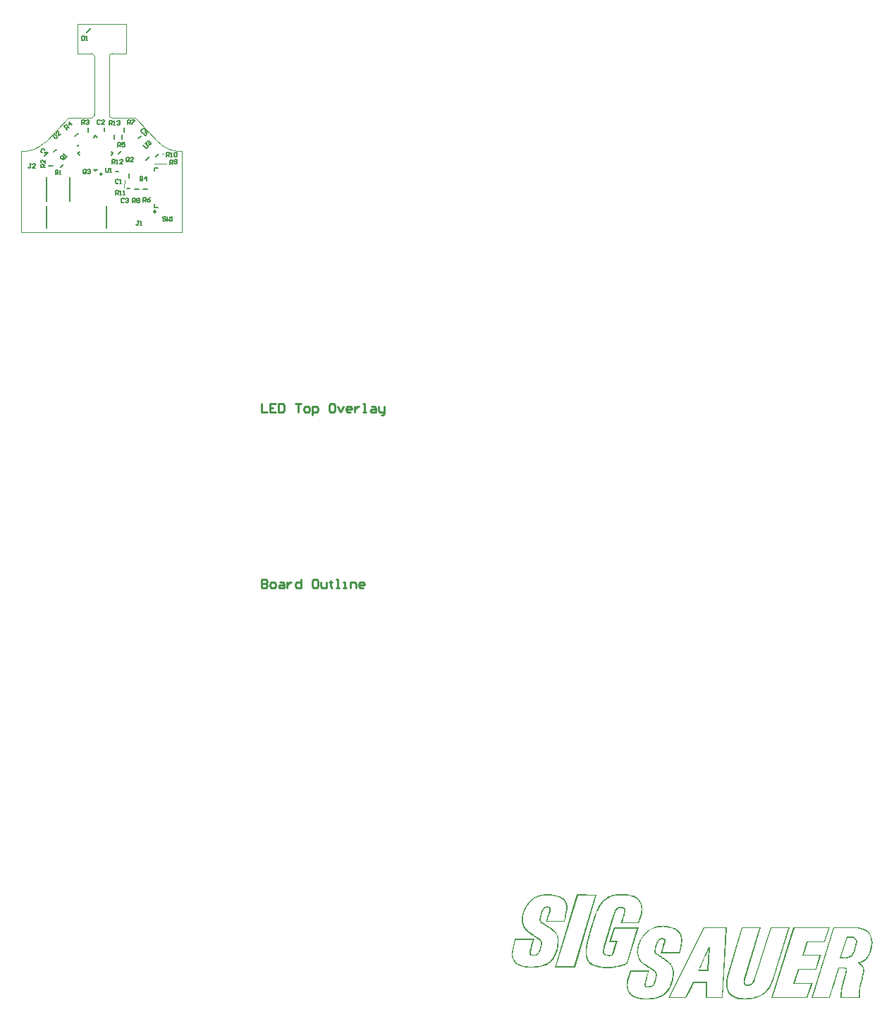
<source format=gto>
G04*
G04 #@! TF.GenerationSoftware,Altium Limited,Altium Designer,23.1.1 (15)*
G04*
G04 Layer_Color=65535*
%FSLAX24Y24*%
%MOIN*%
G70*
G04*
G04 #@! TF.SameCoordinates,9E248168-9D0A-4965-B1BF-A28D9D39D317*
G04*
G04*
G04 #@! TF.FilePolarity,Positive*
G04*
G01*
G75*
%ADD10C,0.0100*%
%ADD11C,0.0098*%
%ADD12C,0.0040*%
%ADD13C,0.0050*%
%ADD14C,0.0060*%
%ADD15C,0.0079*%
%ADD16C,0.0070*%
%ADD17C,0.0005*%
G36*
X24930Y-31259D02*
X24967D01*
X25008Y-31264D01*
X25055Y-31273D01*
X25110Y-31277D01*
X25170Y-31287D01*
X25291Y-31315D01*
X25411Y-31347D01*
X25471Y-31365D01*
X25522Y-31389D01*
X25573Y-31416D01*
X25615Y-31444D01*
X25619D01*
X25624Y-31453D01*
X25647Y-31472D01*
X25680Y-31514D01*
X25721Y-31565D01*
X25758Y-31629D01*
X25791Y-31708D01*
X25809Y-31805D01*
X25814Y-31856D01*
Y-31912D01*
Y-31916D01*
Y-31935D01*
X25809Y-31967D01*
Y-32004D01*
X25800Y-32046D01*
X25795Y-32097D01*
X25772Y-32213D01*
Y-32222D01*
X25767Y-32240D01*
X25758Y-32273D01*
X25749Y-32314D01*
X25735Y-32370D01*
X25721Y-32430D01*
X25703Y-32500D01*
X25684Y-32574D01*
X24782Y-32569D01*
Y-32564D01*
X24786Y-32560D01*
X24795Y-32532D01*
X24809Y-32490D01*
X24828Y-32435D01*
X24851Y-32379D01*
X24869Y-32319D01*
X24893Y-32259D01*
X24911Y-32203D01*
X24916Y-32199D01*
X24920Y-32180D01*
X24930Y-32157D01*
X24939Y-32129D01*
X24957Y-32064D01*
X24967Y-32032D01*
X24971Y-32004D01*
Y-32000D01*
Y-31995D01*
Y-31967D01*
X24967Y-31939D01*
X24962Y-31926D01*
X24953Y-31916D01*
X24948Y-31912D01*
X24930Y-31907D01*
X24902Y-31898D01*
X24860Y-31893D01*
X24828D01*
X24805Y-31898D01*
X24782Y-31907D01*
X24754Y-31916D01*
X24726Y-31939D01*
X24703Y-31967D01*
X24698Y-31972D01*
X24694Y-31981D01*
X24684Y-32004D01*
X24670Y-32032D01*
X24652Y-32069D01*
X24638Y-32111D01*
X24620Y-32166D01*
X24601Y-32226D01*
Y-32231D01*
X24596Y-32236D01*
X24587Y-32268D01*
X24578Y-32310D01*
X24564Y-32351D01*
Y-32361D01*
X24559Y-32384D01*
X24555Y-32412D01*
X24550Y-32444D01*
Y-32449D01*
X24555Y-32467D01*
X24559Y-32495D01*
X24569Y-32523D01*
X24573Y-32527D01*
X24587Y-32546D01*
X24610Y-32569D01*
X24647Y-32597D01*
X24638D01*
X24846Y-32726D01*
X24851Y-32731D01*
X24865Y-32740D01*
X24888Y-32754D01*
X24920Y-32773D01*
X24990Y-32814D01*
X25064Y-32865D01*
X25069Y-32870D01*
X25082Y-32875D01*
X25101Y-32888D01*
X25124Y-32907D01*
X25184Y-32958D01*
X25249Y-33018D01*
X25254Y-33023D01*
X25263Y-33037D01*
X25277Y-33055D01*
X25295Y-33078D01*
X25318Y-33111D01*
X25337Y-33148D01*
X25356Y-33185D01*
X25369Y-33226D01*
Y-33231D01*
X25374Y-33245D01*
X25383Y-33268D01*
X25388Y-33296D01*
X25397Y-33333D01*
X25402Y-33374D01*
X25406Y-33421D01*
Y-33472D01*
Y-33481D01*
Y-33509D01*
X25402Y-33550D01*
X25397Y-33606D01*
X25393Y-33671D01*
X25383Y-33745D01*
X25365Y-33833D01*
X25346Y-33921D01*
Y-33925D01*
X25342Y-33939D01*
X25332Y-33967D01*
X25318Y-33995D01*
X25305Y-34036D01*
X25286Y-34078D01*
X25240Y-34180D01*
X25175Y-34286D01*
X25096Y-34393D01*
X25055Y-34444D01*
X25004Y-34490D01*
X24953Y-34532D01*
X24897Y-34569D01*
X24893D01*
X24883Y-34578D01*
X24865Y-34583D01*
X24842Y-34596D01*
X24814Y-34610D01*
X24777Y-34624D01*
X24731Y-34638D01*
X24684Y-34652D01*
X24629Y-34671D01*
X24569Y-34684D01*
X24504Y-34698D01*
X24434Y-34712D01*
X24360Y-34726D01*
X24282Y-34731D01*
X24106Y-34740D01*
X24059D01*
X24032Y-34735D01*
X23990D01*
X23948Y-34731D01*
X23897Y-34726D01*
X23846Y-34717D01*
X23731Y-34694D01*
X23620Y-34666D01*
X23509Y-34620D01*
X23458Y-34592D01*
X23411Y-34559D01*
X23407D01*
X23402Y-34550D01*
X23374Y-34527D01*
X23342Y-34485D01*
X23300Y-34434D01*
X23259Y-34370D01*
X23222Y-34291D01*
X23194Y-34198D01*
X23189Y-34152D01*
X23185Y-34101D01*
Y-34097D01*
Y-34083D01*
Y-34060D01*
X23189Y-34032D01*
X23198Y-33967D01*
X23212Y-33898D01*
X23328Y-33361D01*
X24249D01*
X24161Y-33685D01*
Y-33689D01*
X24157Y-33703D01*
X24152Y-33722D01*
X24147Y-33740D01*
Y-33749D01*
X24138Y-33768D01*
X24133Y-33800D01*
X24124Y-33837D01*
X24110Y-33884D01*
X24101Y-33930D01*
X24092Y-33976D01*
X24083Y-34018D01*
Y-34022D01*
Y-34032D01*
Y-34050D01*
X24087Y-34069D01*
X24092Y-34087D01*
X24110Y-34106D01*
X24129Y-34115D01*
X24161Y-34120D01*
X24198D01*
X24221Y-34115D01*
X24277Y-34110D01*
X24337Y-34097D01*
X24342D01*
X24351Y-34092D01*
X24365Y-34078D01*
X24383Y-34064D01*
X24402Y-34046D01*
X24425Y-34013D01*
X24448Y-33976D01*
X24467Y-33930D01*
Y-33925D01*
X24476Y-33911D01*
X24481Y-33893D01*
X24490Y-33870D01*
X24513Y-33810D01*
X24536Y-33745D01*
Y-33740D01*
X24541Y-33731D01*
X24545Y-33712D01*
X24550Y-33689D01*
X24559Y-33638D01*
X24564Y-33583D01*
Y-33578D01*
Y-33564D01*
X24559Y-33550D01*
X24555Y-33527D01*
X24545Y-33499D01*
X24527Y-33476D01*
X24508Y-33449D01*
X24481Y-33425D01*
X24476Y-33421D01*
X24457Y-33407D01*
X24425Y-33388D01*
X24388Y-33365D01*
X24342Y-33333D01*
X24291Y-33300D01*
X24180Y-33222D01*
X24175Y-33217D01*
X24157Y-33203D01*
X24129Y-33180D01*
X24092Y-33152D01*
X24050Y-33120D01*
X24004Y-33087D01*
X23916Y-33013D01*
X23911Y-33009D01*
X23897Y-32999D01*
X23874Y-32976D01*
X23851Y-32953D01*
X23819Y-32916D01*
X23791Y-32879D01*
X23758Y-32833D01*
X23731Y-32782D01*
X23726Y-32777D01*
X23721Y-32754D01*
X23708Y-32726D01*
X23698Y-32685D01*
X23684Y-32638D01*
X23671Y-32583D01*
X23666Y-32518D01*
X23661Y-32449D01*
Y-32444D01*
Y-32435D01*
Y-32421D01*
Y-32402D01*
X23666Y-32356D01*
X23671Y-32310D01*
Y-32305D01*
X23675Y-32301D01*
X23680Y-32273D01*
X23689Y-32231D01*
X23698Y-32180D01*
Y-32176D01*
X23703Y-32162D01*
X23712Y-32138D01*
X23721Y-32111D01*
X23731Y-32074D01*
X23749Y-32037D01*
X23768Y-31990D01*
X23791Y-31939D01*
X23846Y-31833D01*
X23916Y-31722D01*
X24004Y-31611D01*
X24055Y-31560D01*
X24110Y-31509D01*
X24115Y-31504D01*
X24124Y-31500D01*
X24143Y-31486D01*
X24166Y-31467D01*
X24194Y-31449D01*
X24231Y-31426D01*
X24272Y-31402D01*
X24323Y-31379D01*
X24374Y-31356D01*
X24434Y-31333D01*
X24495Y-31310D01*
X24564Y-31291D01*
X24638Y-31277D01*
X24712Y-31264D01*
X24795Y-31254D01*
X24902D01*
X24930Y-31259D01*
D02*
G37*
G36*
X28563D02*
X28591D01*
X28624Y-31264D01*
X28665Y-31268D01*
X28758Y-31282D01*
X28860Y-31310D01*
X28962Y-31342D01*
X29063Y-31393D01*
X29110Y-31421D01*
X29151Y-31453D01*
X29156D01*
X29161Y-31463D01*
X29184Y-31486D01*
X29221Y-31527D01*
X29262Y-31583D01*
X29299Y-31652D01*
X29336Y-31740D01*
X29360Y-31842D01*
X29369Y-31893D01*
Y-31953D01*
Y-31963D01*
Y-31981D01*
Y-32018D01*
X29364Y-32060D01*
X29360Y-32111D01*
X29350Y-32166D01*
X29323Y-32282D01*
X29207Y-32634D01*
X28337D01*
X28448Y-32287D01*
Y-32282D01*
X28452Y-32268D01*
Y-32263D01*
X28457Y-32259D01*
X28462Y-32245D01*
Y-32240D01*
X28466Y-32236D01*
X28471Y-32208D01*
X28480Y-32171D01*
X28489Y-32125D01*
Y-32120D01*
X28494Y-32115D01*
X28499Y-32088D01*
X28503Y-32055D01*
X28508Y-32027D01*
Y-32018D01*
X28503Y-32000D01*
X28499Y-31976D01*
X28480Y-31949D01*
X28475Y-31944D01*
X28457Y-31930D01*
X28429Y-31921D01*
X28406Y-31916D01*
X28378Y-31912D01*
X28374D01*
X28355Y-31907D01*
X28327D01*
X28300Y-31912D01*
X28263Y-31916D01*
X28225Y-31930D01*
X28193Y-31949D01*
X28161Y-31981D01*
X28156Y-31986D01*
X28147Y-32000D01*
X28138Y-32018D01*
X28119Y-32041D01*
X28101Y-32074D01*
X28082Y-32115D01*
X28063Y-32157D01*
X28050Y-32203D01*
X27587Y-33745D01*
Y-33749D01*
Y-33754D01*
X27577Y-33782D01*
X27568Y-33819D01*
X27559Y-33865D01*
Y-33870D01*
Y-33874D01*
X27554Y-33898D01*
X27550Y-33930D01*
X27545Y-33958D01*
Y-33962D01*
Y-33972D01*
X27550Y-33985D01*
Y-34004D01*
X27568Y-34046D01*
X27577Y-34064D01*
X27596Y-34078D01*
X27601D01*
X27605Y-34083D01*
X27633Y-34097D01*
X27670Y-34110D01*
X27726Y-34120D01*
X27735D01*
X27753Y-34124D01*
X27814D01*
X27832Y-34120D01*
X27851D01*
X27874Y-34115D01*
X27878D01*
X27892Y-34110D01*
X27911Y-34106D01*
X27929Y-34101D01*
X28105Y-33509D01*
X27804Y-33513D01*
X28013Y-32833D01*
X29179D01*
X28674Y-34536D01*
X28670Y-34541D01*
X28656Y-34546D01*
X28628Y-34559D01*
X28596Y-34573D01*
X28559Y-34592D01*
X28512Y-34610D01*
X28462Y-34629D01*
X28406Y-34647D01*
X28401D01*
X28383Y-34652D01*
X28355Y-34661D01*
X28318Y-34671D01*
X28276Y-34684D01*
X28221Y-34698D01*
X28165Y-34708D01*
X28101Y-34721D01*
X28091D01*
X28073Y-34726D01*
X28036Y-34731D01*
X27989Y-34735D01*
X27929Y-34745D01*
X27864Y-34749D01*
X27790Y-34754D01*
X27577D01*
X27550Y-34749D01*
X27508Y-34745D01*
X27462Y-34740D01*
X27443D01*
X27420Y-34735D01*
X27392Y-34731D01*
X27355Y-34726D01*
X27314Y-34717D01*
X27221Y-34698D01*
X27119Y-34666D01*
X27022Y-34629D01*
X26929Y-34578D01*
X26888Y-34546D01*
X26851Y-34513D01*
X26841Y-34504D01*
X26823Y-34476D01*
X26795Y-34434D01*
X26767Y-34379D01*
X26735Y-34305D01*
X26707Y-34217D01*
X26689Y-34115D01*
X26679Y-33999D01*
Y-33990D01*
Y-33967D01*
X26684Y-33925D01*
Y-33870D01*
X26693Y-33805D01*
X26703Y-33726D01*
X26712Y-33638D01*
X26730Y-33546D01*
Y-33541D01*
X26735Y-33536D01*
X26740Y-33509D01*
X26749Y-33467D01*
X26763Y-33411D01*
X26781Y-33347D01*
X26800Y-33273D01*
X26823Y-33194D01*
X26846Y-33111D01*
Y-33106D01*
X26851Y-33101D01*
X26855Y-33074D01*
X26869Y-33027D01*
X26888Y-32972D01*
X26906Y-32907D01*
X26925Y-32837D01*
X26966Y-32694D01*
Y-32689D01*
X26971Y-32685D01*
X26976Y-32657D01*
X26990Y-32611D01*
X27008Y-32555D01*
X27027Y-32490D01*
X27050Y-32416D01*
X27101Y-32263D01*
Y-32259D01*
X27105Y-32250D01*
X27110Y-32231D01*
X27119Y-32213D01*
X27128Y-32185D01*
X27142Y-32152D01*
X27175Y-32083D01*
X27207Y-32000D01*
X27249Y-31912D01*
X27295Y-31828D01*
X27341Y-31750D01*
Y-31745D01*
X27346Y-31740D01*
X27364Y-31717D01*
X27392Y-31680D01*
X27429Y-31634D01*
X27476Y-31588D01*
X27527Y-31537D01*
X27582Y-31486D01*
X27642Y-31440D01*
X27651Y-31435D01*
X27675Y-31421D01*
X27707Y-31402D01*
X27753Y-31375D01*
X27814Y-31352D01*
X27878Y-31324D01*
X27948Y-31305D01*
X28026Y-31287D01*
X28036D01*
X28050Y-31282D01*
X28063D01*
X28110Y-31273D01*
X28170Y-31268D01*
X28244Y-31264D01*
X28327Y-31259D01*
X28420Y-31254D01*
X28540D01*
X28563Y-31259D01*
D02*
G37*
G36*
X30378Y-32754D02*
X30410D01*
X30457Y-32759D01*
X30503Y-32768D01*
X30559Y-32773D01*
X30614Y-32782D01*
X30734Y-32810D01*
X30850Y-32847D01*
X30906Y-32865D01*
X30957Y-32893D01*
X31003Y-32921D01*
X31045Y-32953D01*
X31049D01*
X31054Y-32962D01*
X31077Y-32986D01*
X31109Y-33027D01*
X31146Y-33078D01*
X31179Y-33148D01*
X31211Y-33231D01*
X31234Y-33324D01*
X31244Y-33374D01*
Y-33430D01*
Y-33435D01*
Y-33453D01*
Y-33481D01*
X31239Y-33518D01*
X31234Y-33560D01*
X31230Y-33611D01*
X31211Y-33717D01*
Y-33722D01*
X31207Y-33745D01*
X31202Y-33773D01*
X31193Y-33814D01*
X31179Y-33865D01*
X31165Y-33925D01*
X31146Y-33990D01*
X31128Y-34060D01*
X30221D01*
X30309Y-33768D01*
X30313Y-33759D01*
X30318Y-33740D01*
X30327Y-33708D01*
X30341Y-33666D01*
X30369Y-33573D01*
X30378Y-33532D01*
X30387Y-33490D01*
Y-33486D01*
Y-33476D01*
Y-33458D01*
X30383Y-33439D01*
X30378Y-33421D01*
X30364Y-33402D01*
X30341Y-33388D01*
X30309Y-33379D01*
X30290D01*
X30272Y-33384D01*
X30248Y-33388D01*
X30225Y-33398D01*
X30197Y-33411D01*
X30170Y-33430D01*
X30142Y-33458D01*
X30137Y-33462D01*
X30133Y-33472D01*
X30119Y-33490D01*
X30105Y-33518D01*
X30086Y-33555D01*
X30068Y-33601D01*
X30049Y-33657D01*
X30026Y-33722D01*
Y-33726D01*
X30022Y-33731D01*
X30017Y-33763D01*
X30003Y-33805D01*
X29994Y-33847D01*
Y-33856D01*
X29989Y-33879D01*
X29985Y-33907D01*
X29980Y-33935D01*
Y-33939D01*
Y-33948D01*
X29985Y-33962D01*
X29994Y-33981D01*
X30003Y-34004D01*
X30022Y-34027D01*
X30049Y-34055D01*
X30082Y-34078D01*
X30258Y-34194D01*
X30262Y-34198D01*
X30281Y-34208D01*
X30304Y-34226D01*
X30336Y-34245D01*
X30373Y-34268D01*
X30415Y-34296D01*
X30494Y-34351D01*
X30498Y-34356D01*
X30512Y-34365D01*
X30531Y-34379D01*
X30559Y-34397D01*
X30619Y-34448D01*
X30683Y-34509D01*
X30693Y-34518D01*
X30711Y-34541D01*
X30739Y-34583D01*
X30771Y-34638D01*
X30799Y-34708D01*
X30827Y-34786D01*
X30845Y-34879D01*
X30855Y-34976D01*
Y-34981D01*
Y-34995D01*
Y-35013D01*
Y-35041D01*
X30850Y-35073D01*
X30845Y-35106D01*
X30836Y-35184D01*
Y-35189D01*
X30832Y-35203D01*
Y-35226D01*
X30827Y-35254D01*
X30818Y-35286D01*
X30808Y-35328D01*
X30785Y-35416D01*
Y-35420D01*
X30781Y-35434D01*
X30771Y-35462D01*
X30758Y-35490D01*
X30744Y-35532D01*
X30725Y-35573D01*
X30679Y-35675D01*
X30619Y-35782D01*
X30540Y-35888D01*
X30494Y-35939D01*
X30447Y-35985D01*
X30392Y-36027D01*
X30336Y-36064D01*
X30332D01*
X30322Y-36073D01*
X30304Y-36078D01*
X30281Y-36092D01*
X30248Y-36106D01*
X30211Y-36119D01*
X30170Y-36133D01*
X30119Y-36152D01*
X30068Y-36170D01*
X30008Y-36184D01*
X29943Y-36198D01*
X29873Y-36212D01*
X29721Y-36231D01*
X29549Y-36240D01*
X29503D01*
X29471Y-36235D01*
X29434D01*
X29387Y-36231D01*
X29341Y-36226D01*
X29286Y-36217D01*
X29174Y-36193D01*
X29054Y-36161D01*
X28943Y-36115D01*
X28892Y-36087D01*
X28846Y-36055D01*
X28841Y-36050D01*
X28837Y-36045D01*
X28809Y-36022D01*
X28772Y-35981D01*
X28730Y-35925D01*
X28688Y-35856D01*
X28651Y-35772D01*
X28624Y-35680D01*
X28619Y-35629D01*
X28614Y-35578D01*
Y-35573D01*
Y-35559D01*
Y-35536D01*
X28619Y-35508D01*
X28624Y-35444D01*
X28637Y-35374D01*
X28776Y-34865D01*
X29684D01*
X29605Y-35166D01*
X29577Y-35258D01*
Y-35263D01*
X29573Y-35286D01*
X29563Y-35314D01*
X29554Y-35351D01*
X29535Y-35434D01*
X29526Y-35476D01*
X29522Y-35513D01*
Y-35518D01*
Y-35527D01*
X29526Y-35559D01*
X29531Y-35578D01*
X29545Y-35596D01*
X29563Y-35606D01*
X29591Y-35610D01*
X29633D01*
X29656Y-35606D01*
X29716Y-35601D01*
X29776Y-35592D01*
X29781D01*
X29790Y-35587D01*
X29804Y-35578D01*
X29822Y-35564D01*
X29841Y-35545D01*
X29864Y-35518D01*
X29883Y-35481D01*
X29906Y-35434D01*
Y-35430D01*
X29910Y-35416D01*
X29920Y-35393D01*
X29924Y-35365D01*
X29943Y-35300D01*
X29966Y-35231D01*
Y-35226D01*
X29971Y-35217D01*
X29975Y-35198D01*
X29980Y-35175D01*
X29989Y-35129D01*
X29994Y-35078D01*
Y-35073D01*
Y-35059D01*
X29989Y-35041D01*
X29985Y-35018D01*
X29975Y-34990D01*
X29966Y-34962D01*
X29947Y-34934D01*
X29924Y-34907D01*
X29920Y-34902D01*
X29906Y-34893D01*
X29887Y-34879D01*
X29860Y-34860D01*
X29822Y-34842D01*
X29785Y-34814D01*
X29693Y-34759D01*
X29688Y-34754D01*
X29674Y-34745D01*
X29647Y-34731D01*
X29619Y-34712D01*
X29549Y-34666D01*
X29475Y-34615D01*
X29480D01*
X29364Y-34536D01*
X29360Y-34532D01*
X29355Y-34527D01*
X29341Y-34513D01*
X29323Y-34495D01*
X29281Y-34448D01*
X29235Y-34384D01*
X29188Y-34305D01*
X29147Y-34208D01*
X29114Y-34097D01*
X29110Y-34041D01*
X29105Y-33976D01*
Y-33972D01*
Y-33948D01*
X29110Y-33921D01*
Y-33884D01*
X29114Y-33842D01*
X29124Y-33791D01*
X29147Y-33685D01*
X29151Y-33675D01*
X29156Y-33652D01*
X29170Y-33615D01*
X29188Y-33564D01*
X29211Y-33509D01*
X29239Y-33449D01*
X29272Y-33384D01*
X29309Y-33319D01*
X29313Y-33310D01*
X29327Y-33291D01*
X29350Y-33259D01*
X29383Y-33217D01*
X29420Y-33171D01*
X29466Y-33120D01*
X29512Y-33069D01*
X29568Y-33018D01*
X29577Y-33013D01*
X29596Y-32995D01*
X29628Y-32972D01*
X29670Y-32944D01*
X29721Y-32912D01*
X29776Y-32879D01*
X29841Y-32847D01*
X29910Y-32819D01*
X29920Y-32814D01*
X29943Y-32805D01*
X29985Y-32796D01*
X30035Y-32782D01*
X30096Y-32768D01*
X30170Y-32759D01*
X30244Y-32750D01*
X30350D01*
X30378Y-32754D01*
D02*
G37*
G36*
X27202Y-31277D02*
X26179Y-34721D01*
X25226D01*
X26267Y-31273D01*
X27202Y-31277D01*
D02*
G37*
G36*
X35599Y-35189D02*
Y-35194D01*
X35595Y-35198D01*
X35590Y-35212D01*
X35586Y-35226D01*
X35572Y-35272D01*
X35553Y-35328D01*
X35525Y-35397D01*
X35493Y-35467D01*
X35419Y-35619D01*
X35414Y-35629D01*
X35400Y-35652D01*
X35377Y-35689D01*
X35345Y-35735D01*
X35303Y-35791D01*
X35257Y-35846D01*
X35201Y-35902D01*
X35141Y-35957D01*
X35132Y-35962D01*
X35109Y-35981D01*
X35076Y-36004D01*
X35025Y-36036D01*
X34965Y-36069D01*
X34896Y-36106D01*
X34817Y-36138D01*
X34729Y-36170D01*
X34725D01*
X34720Y-36175D01*
X34706D01*
X34688Y-36180D01*
X34664Y-36189D01*
X34637Y-36193D01*
X34572Y-36207D01*
X34489Y-36221D01*
X34391Y-36231D01*
X34285Y-36240D01*
X34146D01*
X34127Y-36235D01*
X34095D01*
X34063Y-36231D01*
X34021Y-36226D01*
X33933Y-36212D01*
X33831Y-36184D01*
X33725Y-36152D01*
X33623Y-36106D01*
X33535Y-36045D01*
X33526Y-36036D01*
X33503Y-36013D01*
X33466Y-35971D01*
X33428Y-35911D01*
X33387Y-35837D01*
X33350Y-35744D01*
X33327Y-35633D01*
X33322Y-35573D01*
X33317Y-35508D01*
Y-35499D01*
Y-35481D01*
X33322Y-35448D01*
X33327Y-35402D01*
X33331Y-35346D01*
X33341Y-35286D01*
X33354Y-35217D01*
X33373Y-35143D01*
X34063Y-32814D01*
X34970D01*
X34220Y-35277D01*
Y-35282D01*
X34215Y-35291D01*
X34211Y-35309D01*
Y-35328D01*
X34206Y-35388D01*
X34211Y-35453D01*
Y-35457D01*
X34215Y-35467D01*
X34225Y-35481D01*
X34239Y-35495D01*
X34257Y-35513D01*
X34280Y-35527D01*
X34313Y-35536D01*
X34350Y-35541D01*
X34354D01*
X34373Y-35536D01*
X34401Y-35532D01*
X34428Y-35522D01*
X34461Y-35508D01*
X34498Y-35485D01*
X34526Y-35457D01*
X34553Y-35420D01*
X34558Y-35416D01*
X34563Y-35402D01*
X34576Y-35379D01*
X34590Y-35351D01*
X34618Y-35286D01*
X34651Y-35221D01*
Y-35231D01*
X35428Y-32814D01*
X36317D01*
X35599Y-35189D01*
D02*
G37*
G36*
X39414Y-32819D02*
X39451D01*
X39492Y-32824D01*
X39590Y-32837D01*
X39701Y-32856D01*
X39812Y-32888D01*
X39918Y-32930D01*
X39965Y-32958D01*
X40011Y-32990D01*
X40016D01*
X40020Y-32999D01*
X40048Y-33023D01*
X40085Y-33064D01*
X40127Y-33120D01*
X40168Y-33194D01*
X40205Y-33286D01*
X40233Y-33393D01*
X40238Y-33449D01*
X40242Y-33513D01*
Y-33518D01*
Y-33536D01*
Y-33564D01*
X40238Y-33601D01*
Y-33643D01*
X40233Y-33689D01*
X40215Y-33786D01*
Y-33791D01*
X40210Y-33800D01*
X40205Y-33819D01*
X40201Y-33833D01*
Y-33837D01*
X40196Y-33847D01*
X40191Y-33865D01*
X40187Y-33888D01*
X40178Y-33916D01*
X40168Y-33944D01*
X40145Y-34018D01*
Y-34022D01*
X40141Y-34036D01*
X40131Y-34055D01*
X40122Y-34078D01*
X40094Y-34138D01*
X40057Y-34208D01*
X40053Y-34212D01*
X40048Y-34222D01*
X40034Y-34240D01*
X40016Y-34263D01*
X39969Y-34319D01*
X39904Y-34384D01*
X39900Y-34388D01*
X39886Y-34397D01*
X39867Y-34411D01*
X39840Y-34430D01*
X39807Y-34448D01*
X39766Y-34467D01*
X39719Y-34485D01*
X39668Y-34504D01*
X39673Y-34509D01*
X39687Y-34518D01*
X39705Y-34532D01*
X39724Y-34555D01*
X39752Y-34583D01*
X39775Y-34615D01*
X39798Y-34657D01*
X39821Y-34698D01*
Y-34703D01*
X39830Y-34721D01*
X39835Y-34745D01*
X39844Y-34777D01*
X39849Y-34819D01*
Y-34865D01*
Y-34921D01*
X39840Y-34976D01*
Y-34981D01*
X39835Y-34995D01*
X39830Y-35013D01*
X39826Y-35036D01*
X39817Y-35069D01*
X39807Y-35110D01*
X39798Y-35152D01*
X39784Y-35198D01*
Y-35203D01*
X39779Y-35221D01*
X39775Y-35245D01*
X39766Y-35277D01*
X39756Y-35314D01*
X39747Y-35360D01*
X39724Y-35453D01*
Y-35457D01*
X39719Y-35476D01*
X39715Y-35499D01*
X39705Y-35532D01*
X39701Y-35569D01*
X39692Y-35606D01*
X39673Y-35694D01*
Y-35698D01*
X39668Y-35712D01*
Y-35735D01*
X39664Y-35763D01*
X39654Y-35828D01*
X39645Y-35893D01*
Y-35897D01*
Y-35916D01*
X39641Y-35944D01*
Y-35976D01*
Y-35985D01*
X39645Y-36004D01*
Y-36036D01*
Y-36069D01*
Y-36078D01*
Y-36101D01*
X39650Y-36133D01*
X39654Y-36175D01*
X38743D01*
Y-36170D01*
Y-36166D01*
X38738Y-36143D01*
X38733Y-36101D01*
Y-36055D01*
Y-36050D01*
Y-36041D01*
Y-36027D01*
X38738Y-36008D01*
Y-35962D01*
Y-35907D01*
Y-35902D01*
Y-35893D01*
Y-35879D01*
X38743Y-35860D01*
X38747Y-35814D01*
X38752Y-35763D01*
Y-35758D01*
X38756Y-35754D01*
X38761Y-35726D01*
X38766Y-35694D01*
X38770Y-35666D01*
Y-35661D01*
X38775Y-35652D01*
X38780Y-35638D01*
X38784Y-35615D01*
X38789Y-35587D01*
X38798Y-35555D01*
X38817Y-35485D01*
X38835Y-35397D01*
X38858Y-35309D01*
X38886Y-35217D01*
X38914Y-35124D01*
Y-35120D01*
X38918Y-35101D01*
X38928Y-35083D01*
X38937Y-35055D01*
X38942Y-35050D01*
X38946Y-35032D01*
X38951Y-35008D01*
X38956Y-34981D01*
Y-34976D01*
X38960Y-34962D01*
X38969Y-34944D01*
X38974Y-34916D01*
X38988Y-34865D01*
X38993Y-34842D01*
Y-34823D01*
Y-34819D01*
Y-34814D01*
X38988Y-34805D01*
X38979Y-34796D01*
X38960Y-34786D01*
X38942Y-34777D01*
X38909Y-34768D01*
X38669D01*
Y-34772D01*
X38664Y-34782D01*
X38659Y-34800D01*
X38650Y-34828D01*
X38641Y-34860D01*
X38631Y-34897D01*
X38618Y-34939D01*
X38604Y-34985D01*
X38571Y-35092D01*
X38534Y-35212D01*
X38493Y-35342D01*
X38446Y-35481D01*
Y-35485D01*
X38442Y-35499D01*
X38432Y-35518D01*
X38428Y-35541D01*
X38414Y-35573D01*
X38405Y-35615D01*
X38391Y-35657D01*
X38372Y-35703D01*
X38340Y-35809D01*
X38303Y-35930D01*
X38261Y-36050D01*
X38224Y-36175D01*
X37359D01*
X38382Y-32814D01*
X39381D01*
X39414Y-32819D01*
D02*
G37*
G36*
X38007Y-33532D02*
X37178D01*
Y-33536D01*
X37169Y-33560D01*
X37159Y-33587D01*
X37150Y-33624D01*
X37136Y-33671D01*
X37118Y-33722D01*
X37085Y-33828D01*
Y-33833D01*
X37076Y-33851D01*
X37072Y-33879D01*
X37058Y-33916D01*
X37044Y-33962D01*
X37030Y-34009D01*
X36993Y-34120D01*
X37821D01*
X37590Y-34837D01*
X36771D01*
X36766Y-34846D01*
X36761Y-34865D01*
X36752Y-34897D01*
X36738Y-34939D01*
X36720Y-34985D01*
X36706Y-35036D01*
X36669Y-35147D01*
Y-35152D01*
X36660Y-35170D01*
X36655Y-35198D01*
X36641Y-35235D01*
X36627Y-35282D01*
X36609Y-35333D01*
X36590Y-35393D01*
X36572Y-35453D01*
X37419D01*
X37173Y-36175D01*
X35461D01*
X36502Y-32814D01*
X38224D01*
X38007Y-33532D01*
D02*
G37*
G36*
X33165Y-36175D02*
X32359D01*
X32373Y-35457D01*
X31799D01*
X31794Y-35467D01*
X31781Y-35490D01*
X31762Y-35522D01*
X31739Y-35569D01*
X31711Y-35624D01*
X31679Y-35684D01*
X31646Y-35749D01*
X31614Y-35819D01*
X31609Y-35828D01*
X31600Y-35851D01*
X31582Y-35888D01*
X31558Y-35934D01*
X31531Y-35985D01*
X31498Y-36045D01*
X31429Y-36175D01*
X30582D01*
X32248Y-32814D01*
X33345D01*
X33165Y-36175D01*
D02*
G37*
%LPC*%
G36*
X24879Y-31310D02*
X24800D01*
X24749Y-31315D01*
X24684Y-31319D01*
X24620Y-31333D01*
X24545Y-31347D01*
X24476Y-31365D01*
X24467Y-31370D01*
X24444Y-31375D01*
X24411Y-31389D01*
X24365Y-31412D01*
X24314Y-31435D01*
X24258Y-31467D01*
X24203Y-31504D01*
X24147Y-31546D01*
X24143Y-31551D01*
X24124Y-31569D01*
X24096Y-31592D01*
X24064Y-31625D01*
X24022Y-31671D01*
X23985Y-31717D01*
X23944Y-31773D01*
X23902Y-31833D01*
X23897Y-31842D01*
X23888Y-31861D01*
X23870Y-31893D01*
X23846Y-31939D01*
X23823Y-31990D01*
X23796Y-32055D01*
X23772Y-32120D01*
X23749Y-32194D01*
Y-32199D01*
X23745Y-32203D01*
Y-32217D01*
X23740Y-32236D01*
X23735Y-32287D01*
X23726Y-32347D01*
X23721Y-32421D01*
Y-32500D01*
X23731Y-32578D01*
X23745Y-32657D01*
X23749Y-32666D01*
X23754Y-32689D01*
X23772Y-32726D01*
X23791Y-32773D01*
X23819Y-32824D01*
X23856Y-32875D01*
X23897Y-32925D01*
X23948Y-32972D01*
X23953Y-32976D01*
X23967Y-32990D01*
X23995Y-33009D01*
X24027Y-33032D01*
X24064Y-33064D01*
X24110Y-33097D01*
X24157Y-33134D01*
X24212Y-33175D01*
X24217Y-33180D01*
X24240Y-33194D01*
X24268Y-33212D01*
X24305Y-33240D01*
X24351Y-33273D01*
X24402Y-33305D01*
X24508Y-33374D01*
X24513Y-33379D01*
X24527Y-33388D01*
X24550Y-33407D01*
X24569Y-33435D01*
X24592Y-33467D01*
X24610Y-33509D01*
X24615Y-33555D01*
Y-33611D01*
Y-33620D01*
X24610Y-33638D01*
X24606Y-33671D01*
X24596Y-33712D01*
X24582Y-33763D01*
X24564Y-33823D01*
X24545Y-33884D01*
X24518Y-33953D01*
X24513Y-33958D01*
X24504Y-33981D01*
X24490Y-34004D01*
X24471Y-34036D01*
X24448Y-34073D01*
X24420Y-34101D01*
X24393Y-34129D01*
X24360Y-34147D01*
X24356D01*
X24346Y-34152D01*
X24328Y-34157D01*
X24305Y-34161D01*
X24277Y-34166D01*
X24240Y-34171D01*
X24161Y-34175D01*
X24147D01*
X24115Y-34171D01*
X24078Y-34161D01*
X24064Y-34152D01*
X24050Y-34138D01*
X24046Y-34129D01*
X24036Y-34110D01*
X24027Y-34078D01*
X24022Y-34032D01*
Y-34027D01*
Y-34018D01*
Y-34004D01*
X24027Y-33985D01*
X24032Y-33935D01*
X24046Y-33870D01*
Y-33865D01*
X24050Y-33851D01*
X24055Y-33833D01*
X24064Y-33810D01*
X24073Y-33777D01*
X24083Y-33745D01*
X24106Y-33666D01*
X24175Y-33411D01*
X23374D01*
X23268Y-33907D01*
Y-33916D01*
X23259Y-33935D01*
X23254Y-33967D01*
X23245Y-34004D01*
X23240Y-34050D01*
X23235Y-34106D01*
X23240Y-34157D01*
X23245Y-34212D01*
Y-34217D01*
X23249Y-34235D01*
X23259Y-34263D01*
X23272Y-34296D01*
X23291Y-34333D01*
X23314Y-34374D01*
X23342Y-34416D01*
X23379Y-34458D01*
X23384Y-34462D01*
X23397Y-34476D01*
X23421Y-34495D01*
X23453Y-34518D01*
X23495Y-34546D01*
X23546Y-34573D01*
X23601Y-34601D01*
X23666Y-34624D01*
X23675Y-34629D01*
X23698Y-34634D01*
X23735Y-34643D01*
X23791Y-34652D01*
X23851Y-34666D01*
X23930Y-34675D01*
X24013Y-34680D01*
X24106Y-34684D01*
X24152D01*
X24180Y-34680D01*
X24221D01*
X24268Y-34675D01*
X24319Y-34671D01*
X24370Y-34661D01*
X24490Y-34643D01*
X24615Y-34615D01*
X24740Y-34573D01*
X24856Y-34518D01*
X24860D01*
X24869Y-34509D01*
X24883Y-34499D01*
X24906Y-34485D01*
X24930Y-34467D01*
X24957Y-34444D01*
X24990Y-34411D01*
X25022Y-34379D01*
X25055Y-34342D01*
X25092Y-34296D01*
X25129Y-34245D01*
X25166Y-34189D01*
X25198Y-34129D01*
X25231Y-34060D01*
X25263Y-33985D01*
X25291Y-33907D01*
Y-33902D01*
X25295Y-33893D01*
Y-33879D01*
X25305Y-33856D01*
X25309Y-33833D01*
X25314Y-33800D01*
X25328Y-33731D01*
X25337Y-33652D01*
X25351Y-33569D01*
X25356Y-33486D01*
Y-33402D01*
Y-33398D01*
Y-33393D01*
X25351Y-33365D01*
X25346Y-33328D01*
X25332Y-33282D01*
X25314Y-33226D01*
X25291Y-33166D01*
X25254Y-33106D01*
X25207Y-33050D01*
X25203Y-33046D01*
X25189Y-33032D01*
X25170Y-33013D01*
X25138Y-32986D01*
X25106Y-32958D01*
X25059Y-32925D01*
X25013Y-32888D01*
X24957Y-32856D01*
X24953Y-32851D01*
X24930Y-32842D01*
X24897Y-32824D01*
X24856Y-32796D01*
X24805Y-32763D01*
X24744Y-32731D01*
X24680Y-32689D01*
X24610Y-32643D01*
X24606Y-32638D01*
X24592Y-32629D01*
X24573Y-32611D01*
X24550Y-32588D01*
X24532Y-32560D01*
X24513Y-32527D01*
X24499Y-32495D01*
X24495Y-32458D01*
Y-32453D01*
Y-32439D01*
X24499Y-32416D01*
X24504Y-32388D01*
X24513Y-32351D01*
X24522Y-32310D01*
X24532Y-32263D01*
X24545Y-32213D01*
Y-32208D01*
X24550Y-32203D01*
X24555Y-32180D01*
X24569Y-32143D01*
X24582Y-32101D01*
X24620Y-32004D01*
X24647Y-31958D01*
X24670Y-31921D01*
X24675Y-31916D01*
X24684Y-31907D01*
X24698Y-31889D01*
X24721Y-31875D01*
X24749Y-31856D01*
X24786Y-31847D01*
X24823Y-31838D01*
X24883D01*
X24902Y-31842D01*
X24925Y-31847D01*
X24971Y-31861D01*
X24994Y-31870D01*
X25008Y-31884D01*
X25013Y-31893D01*
X25027Y-31916D01*
X25036Y-31953D01*
Y-31976D01*
X25031Y-32004D01*
Y-32009D01*
X25027Y-32018D01*
Y-32037D01*
X25018Y-32060D01*
X25008Y-32088D01*
X24999Y-32125D01*
X24985Y-32166D01*
X24967Y-32213D01*
Y-32217D01*
X24957Y-32236D01*
X24948Y-32263D01*
X24934Y-32296D01*
X24920Y-32342D01*
X24902Y-32393D01*
X24883Y-32449D01*
X24860Y-32513D01*
X25647Y-32518D01*
Y-32513D01*
X25652Y-32504D01*
X25656Y-32490D01*
X25661Y-32472D01*
X25675Y-32421D01*
X25689Y-32356D01*
X25707Y-32277D01*
X25726Y-32199D01*
X25740Y-32115D01*
X25754Y-32032D01*
Y-32027D01*
Y-32023D01*
X25758Y-31995D01*
Y-31953D01*
Y-31902D01*
X25754Y-31847D01*
X25749Y-31782D01*
X25735Y-31717D01*
X25712Y-31657D01*
X25707Y-31648D01*
X25698Y-31629D01*
X25680Y-31602D01*
X25656Y-31569D01*
X25619Y-31527D01*
X25573Y-31486D01*
X25518Y-31449D01*
X25448Y-31412D01*
X25439Y-31407D01*
X25411Y-31398D01*
X25365Y-31384D01*
X25305Y-31365D01*
X25221Y-31347D01*
X25124Y-31333D01*
X25008Y-31319D01*
X24879Y-31310D01*
D02*
G37*
G36*
X28522D02*
X28364D01*
X28290Y-31315D01*
X28212Y-31319D01*
X28128Y-31328D01*
X28050Y-31342D01*
X28040D01*
X28013Y-31352D01*
X27976Y-31361D01*
X27925Y-31375D01*
X27869Y-31393D01*
X27804Y-31416D01*
X27744Y-31449D01*
X27679Y-31486D01*
X27670Y-31490D01*
X27651Y-31504D01*
X27624Y-31527D01*
X27582Y-31560D01*
X27540Y-31602D01*
X27489Y-31652D01*
X27439Y-31713D01*
X27392Y-31782D01*
X27388Y-31791D01*
X27369Y-31814D01*
X27346Y-31856D01*
X27318Y-31916D01*
X27281Y-31986D01*
X27240Y-32074D01*
X27198Y-32171D01*
X27156Y-32282D01*
X27152Y-32291D01*
X27142Y-32319D01*
X27128Y-32361D01*
X27115Y-32416D01*
X27091Y-32481D01*
X27068Y-32555D01*
X27045Y-32634D01*
X27017Y-32717D01*
Y-32726D01*
X27008Y-32750D01*
X26999Y-32787D01*
X26985Y-32837D01*
X26966Y-32902D01*
X26948Y-32972D01*
X26925Y-33046D01*
X26902Y-33129D01*
Y-33134D01*
X26897Y-33138D01*
X26892Y-33166D01*
X26878Y-33208D01*
X26865Y-33263D01*
X26846Y-33333D01*
X26828Y-33402D01*
X26786Y-33555D01*
Y-33560D01*
Y-33564D01*
X26781Y-33578D01*
X26777Y-33597D01*
X26767Y-33648D01*
X26758Y-33708D01*
X26749Y-33777D01*
X26740Y-33856D01*
X26735Y-33930D01*
X26730Y-34009D01*
Y-34018D01*
Y-34041D01*
X26735Y-34078D01*
X26740Y-34124D01*
X26749Y-34180D01*
X26763Y-34235D01*
X26781Y-34291D01*
X26804Y-34347D01*
X26809Y-34351D01*
X26818Y-34370D01*
X26837Y-34393D01*
X26865Y-34425D01*
X26897Y-34462D01*
X26939Y-34499D01*
X26985Y-34536D01*
X27040Y-34573D01*
X27050Y-34578D01*
X27068Y-34587D01*
X27105Y-34601D01*
X27156Y-34620D01*
X27216Y-34638D01*
X27290Y-34657D01*
X27374Y-34671D01*
X27471Y-34684D01*
X27499D01*
X27517Y-34689D01*
X27564Y-34694D01*
X27628D01*
X27702Y-34698D01*
X27786Y-34694D01*
X27864D01*
X27948Y-34684D01*
X27957D01*
X27985Y-34680D01*
X28022Y-34675D01*
X28073Y-34666D01*
X28133Y-34657D01*
X28193Y-34643D01*
X28253Y-34629D01*
X28313Y-34615D01*
X28323D01*
X28341Y-34606D01*
X28378Y-34596D01*
X28420Y-34583D01*
X28466Y-34564D01*
X28517Y-34546D01*
X28624Y-34499D01*
X29105Y-32884D01*
X28050D01*
X27878Y-33458D01*
X28179Y-33453D01*
X27976Y-34124D01*
X27971Y-34129D01*
X27957Y-34138D01*
X27938Y-34147D01*
X27915Y-34161D01*
X27911D01*
X27892Y-34171D01*
X27864Y-34175D01*
X27832Y-34185D01*
X27763D01*
X27716Y-34175D01*
X27712D01*
X27707Y-34171D01*
X27675Y-34166D01*
X27638Y-34157D01*
X27596Y-34143D01*
X27587Y-34138D01*
X27568Y-34124D01*
X27540Y-34106D01*
X27517Y-34073D01*
Y-34069D01*
X27513Y-34064D01*
X27503Y-34036D01*
X27494Y-33999D01*
X27489Y-33944D01*
Y-33939D01*
Y-33930D01*
X27494Y-33911D01*
Y-33884D01*
X27499Y-33856D01*
X27508Y-33819D01*
X27517Y-33777D01*
X27531Y-33731D01*
X27999Y-32189D01*
Y-32185D01*
X28008Y-32166D01*
X28017Y-32138D01*
X28026Y-32101D01*
X28045Y-32060D01*
X28063Y-32018D01*
X28119Y-31935D01*
X28124Y-31930D01*
X28138Y-31916D01*
X28156Y-31902D01*
X28184Y-31884D01*
X28225Y-31870D01*
X28272Y-31856D01*
X28323Y-31851D01*
X28387Y-31856D01*
X28401D01*
X28420Y-31861D01*
X28438Y-31865D01*
X28480Y-31879D01*
X28503Y-31889D01*
X28517Y-31902D01*
X28522Y-31912D01*
X28540Y-31930D01*
X28554Y-31963D01*
X28559Y-32009D01*
Y-32014D01*
Y-32018D01*
Y-32032D01*
Y-32051D01*
X28554Y-32097D01*
X28540Y-32152D01*
Y-32157D01*
X28536Y-32166D01*
Y-32180D01*
X28531Y-32199D01*
X28517Y-32250D01*
X28503Y-32301D01*
X28415Y-32578D01*
X29165D01*
X29267Y-32259D01*
Y-32254D01*
X29272Y-32240D01*
X29276Y-32217D01*
X29286Y-32189D01*
X29290Y-32152D01*
X29299Y-32111D01*
X29304Y-32064D01*
X29309Y-32014D01*
Y-31902D01*
X29304Y-31847D01*
X29295Y-31791D01*
X29281Y-31736D01*
X29262Y-31680D01*
X29235Y-31629D01*
X29202Y-31578D01*
Y-31574D01*
X29193Y-31569D01*
X29179Y-31555D01*
X29165Y-31537D01*
X29142Y-31518D01*
X29114Y-31495D01*
X29082Y-31472D01*
X29045Y-31449D01*
X28999Y-31426D01*
X28952Y-31402D01*
X28897Y-31379D01*
X28832Y-31356D01*
X28767Y-31338D01*
X28688Y-31324D01*
X28610Y-31315D01*
X28522Y-31310D01*
D02*
G37*
G36*
X30327Y-32805D02*
X30285D01*
X30253Y-32810D01*
X30216D01*
X30170Y-32814D01*
X30123Y-32824D01*
X30068Y-32833D01*
X29952Y-32861D01*
X29827Y-32902D01*
X29767Y-32935D01*
X29707Y-32967D01*
X29647Y-33004D01*
X29591Y-33050D01*
X29586Y-33055D01*
X29577Y-33060D01*
X29563Y-33078D01*
X29545Y-33097D01*
X29522Y-33120D01*
X29494Y-33152D01*
X29466Y-33185D01*
X29434Y-33226D01*
X29369Y-33319D01*
X29304Y-33430D01*
X29248Y-33560D01*
X29202Y-33698D01*
Y-33703D01*
X29198Y-33708D01*
Y-33722D01*
X29193Y-33740D01*
X29184Y-33786D01*
X29174Y-33847D01*
X29165Y-33916D01*
Y-33995D01*
Y-34073D01*
X29179Y-34152D01*
X29184Y-34161D01*
X29188Y-34185D01*
X29202Y-34222D01*
X29221Y-34268D01*
X29248Y-34323D01*
X29286Y-34379D01*
X29327Y-34434D01*
X29383Y-34485D01*
X29387Y-34490D01*
X29406Y-34499D01*
X29429Y-34518D01*
X29466Y-34536D01*
X29503Y-34564D01*
X29549Y-34596D01*
X29656Y-34666D01*
X29665Y-34671D01*
X29684Y-34684D01*
X29711Y-34703D01*
X29748Y-34726D01*
X29795Y-34754D01*
X29846Y-34791D01*
X29952Y-34860D01*
X29957Y-34865D01*
X29971Y-34879D01*
X29985Y-34902D01*
X30008Y-34930D01*
X30022Y-34967D01*
X30040Y-35008D01*
X30045Y-35055D01*
Y-35106D01*
Y-35110D01*
X30040Y-35129D01*
X30035Y-35161D01*
X30026Y-35203D01*
X30012Y-35254D01*
X29998Y-35314D01*
X29975Y-35379D01*
X29952Y-35457D01*
X29947Y-35462D01*
X29943Y-35481D01*
X29929Y-35508D01*
X29910Y-35536D01*
X29892Y-35569D01*
X29864Y-35596D01*
X29836Y-35624D01*
X29804Y-35638D01*
X29799D01*
X29790Y-35643D01*
X29772Y-35647D01*
X29748Y-35652D01*
X29716Y-35657D01*
X29679Y-35661D01*
X29637Y-35666D01*
X29577D01*
X29549Y-35661D01*
X29512Y-35652D01*
X29498Y-35643D01*
X29485Y-35629D01*
X29480Y-35619D01*
X29475Y-35601D01*
X29466Y-35569D01*
X29461Y-35527D01*
Y-35522D01*
Y-35513D01*
X29466Y-35499D01*
Y-35481D01*
X29475Y-35430D01*
X29489Y-35365D01*
Y-35360D01*
X29494Y-35346D01*
X29498Y-35328D01*
X29508Y-35305D01*
X29512Y-35272D01*
X29526Y-35240D01*
X29549Y-35157D01*
X29610Y-34921D01*
X28818D01*
X28693Y-35388D01*
Y-35393D01*
X28688Y-35402D01*
X28684Y-35420D01*
Y-35444D01*
X28679Y-35471D01*
X28674Y-35504D01*
Y-35582D01*
X28684Y-35670D01*
X28693Y-35721D01*
X28707Y-35768D01*
X28725Y-35814D01*
X28749Y-35860D01*
X28781Y-35907D01*
X28818Y-35953D01*
X28823Y-35957D01*
X28827Y-35962D01*
X28841Y-35976D01*
X28860Y-35990D01*
X28883Y-36008D01*
X28915Y-36027D01*
X28948Y-36045D01*
X28989Y-36069D01*
X29040Y-36092D01*
X29091Y-36110D01*
X29151Y-36129D01*
X29221Y-36147D01*
X29290Y-36161D01*
X29369Y-36175D01*
X29457Y-36180D01*
X29549Y-36184D01*
X29591D01*
X29623Y-36180D01*
X29665D01*
X29707Y-36175D01*
X29758Y-36170D01*
X29813Y-36161D01*
X29929Y-36143D01*
X30054Y-36115D01*
X30179Y-36073D01*
X30299Y-36018D01*
X30304D01*
X30313Y-36008D01*
X30327Y-35999D01*
X30350Y-35985D01*
X30373Y-35962D01*
X30401Y-35939D01*
X30434Y-35911D01*
X30466Y-35874D01*
X30503Y-35837D01*
X30535Y-35791D01*
X30572Y-35740D01*
X30609Y-35684D01*
X30642Y-35624D01*
X30674Y-35555D01*
X30702Y-35481D01*
X30730Y-35402D01*
Y-35397D01*
X30734Y-35388D01*
X30739Y-35374D01*
X30744Y-35356D01*
X30753Y-35300D01*
X30767Y-35231D01*
X30781Y-35157D01*
X30790Y-35073D01*
X30795Y-34990D01*
Y-34911D01*
Y-34907D01*
Y-34902D01*
X30790Y-34874D01*
X30785Y-34837D01*
X30771Y-34786D01*
X30753Y-34731D01*
X30725Y-34671D01*
X30688Y-34606D01*
X30642Y-34546D01*
X30637Y-34541D01*
X30623Y-34527D01*
X30605Y-34509D01*
X30577Y-34481D01*
X30540Y-34448D01*
X30498Y-34416D01*
X30452Y-34384D01*
X30396Y-34347D01*
X30392Y-34342D01*
X30369Y-34328D01*
X30341Y-34309D01*
X30299Y-34286D01*
X30248Y-34254D01*
X30188Y-34217D01*
X30123Y-34175D01*
X30054Y-34129D01*
X30049Y-34124D01*
X30035Y-34115D01*
X30012Y-34101D01*
X29989Y-34078D01*
X29966Y-34055D01*
X29947Y-34027D01*
X29934Y-33995D01*
X29929Y-33962D01*
Y-33958D01*
Y-33944D01*
X29934Y-33925D01*
X29938Y-33898D01*
X29943Y-33860D01*
X29947Y-33819D01*
X29957Y-33768D01*
X29971Y-33712D01*
Y-33708D01*
X29975Y-33703D01*
X29980Y-33675D01*
X29994Y-33638D01*
X30012Y-33597D01*
X30054Y-33499D01*
X30077Y-33453D01*
X30105Y-33416D01*
X30109Y-33411D01*
X30119Y-33402D01*
X30137Y-33388D01*
X30160Y-33370D01*
X30188Y-33356D01*
X30221Y-33342D01*
X30262Y-33333D01*
X30309Y-33328D01*
X30313D01*
X30327Y-33333D01*
X30341D01*
X30364Y-33342D01*
X30406Y-33356D01*
X30424Y-33370D01*
X30438Y-33384D01*
X30443Y-33393D01*
X30452Y-33416D01*
X30457Y-33453D01*
X30452Y-33504D01*
Y-33509D01*
X30447Y-33518D01*
Y-33536D01*
X30438Y-33560D01*
X30429Y-33587D01*
X30420Y-33624D01*
X30406Y-33666D01*
X30387Y-33712D01*
Y-33717D01*
X30378Y-33735D01*
X30369Y-33759D01*
X30359Y-33796D01*
X30346Y-33837D01*
X30327Y-33888D01*
X30313Y-33944D01*
X30295Y-34004D01*
X31086D01*
Y-33999D01*
X31091Y-33995D01*
Y-33981D01*
X31095Y-33962D01*
X31109Y-33921D01*
X31123Y-33860D01*
X31142Y-33796D01*
X31156Y-33722D01*
X31183Y-33564D01*
Y-33560D01*
Y-33555D01*
X31188Y-33527D01*
Y-33490D01*
X31193Y-33439D01*
X31188Y-33384D01*
X31183Y-33319D01*
X31170Y-33254D01*
X31146Y-33194D01*
X31142Y-33185D01*
X31133Y-33166D01*
X31114Y-33138D01*
X31091Y-33101D01*
X31054Y-33060D01*
X31012Y-33013D01*
X30952Y-32972D01*
X30887Y-32930D01*
X30878Y-32925D01*
X30850Y-32912D01*
X30808Y-32898D01*
X30748Y-32875D01*
X30665Y-32856D01*
X30572Y-32833D01*
X30457Y-32819D01*
X30327Y-32805D01*
D02*
G37*
G36*
X27128Y-31333D02*
X26309D01*
X25305Y-34671D01*
X26138D01*
X27128Y-31333D01*
D02*
G37*
G36*
X36243Y-32865D02*
X35470D01*
X34706Y-35245D01*
X34701Y-35254D01*
X34697Y-35277D01*
X34683Y-35309D01*
X34664Y-35351D01*
Y-35356D01*
X34660Y-35360D01*
X34646Y-35383D01*
X34627Y-35420D01*
X34600Y-35457D01*
X34595Y-35467D01*
X34572Y-35490D01*
X34544Y-35518D01*
X34502Y-35550D01*
X34498D01*
X34493Y-35555D01*
X34479Y-35564D01*
X34461Y-35573D01*
X34414Y-35587D01*
X34354Y-35596D01*
X34331D01*
X34303Y-35592D01*
X34271Y-35582D01*
X34239Y-35569D01*
X34206Y-35545D01*
X34178Y-35518D01*
X34160Y-35481D01*
Y-35476D01*
X34155Y-35462D01*
X34151Y-35439D01*
Y-35411D01*
X34146Y-35379D01*
X34151Y-35342D01*
X34155Y-35300D01*
X34164Y-35263D01*
X34896Y-32865D01*
X34104D01*
X33424Y-35152D01*
Y-35157D01*
X33419Y-35175D01*
X33415Y-35198D01*
X33405Y-35235D01*
X33401Y-35277D01*
X33391Y-35323D01*
X33387Y-35379D01*
X33382Y-35434D01*
Y-35555D01*
X33387Y-35619D01*
X33396Y-35684D01*
X33410Y-35744D01*
X33428Y-35805D01*
X33456Y-35860D01*
X33489Y-35911D01*
X33493Y-35916D01*
X33498Y-35920D01*
X33512Y-35934D01*
X33530Y-35953D01*
X33549Y-35971D01*
X33577Y-35994D01*
X33609Y-36018D01*
X33651Y-36041D01*
X33692Y-36064D01*
X33743Y-36087D01*
X33799Y-36110D01*
X33859Y-36133D01*
X33928Y-36152D01*
X33998Y-36166D01*
X34081Y-36175D01*
X34164Y-36180D01*
X34248D01*
X34285Y-36175D01*
X34364Y-36170D01*
X34451Y-36166D01*
X34549Y-36152D01*
X34646Y-36133D01*
X34738Y-36106D01*
X34743D01*
X34748Y-36101D01*
X34762Y-36096D01*
X34780Y-36092D01*
X34822Y-36073D01*
X34877Y-36050D01*
X34942Y-36018D01*
X35007Y-35981D01*
X35076Y-35934D01*
X35137Y-35883D01*
X35146Y-35879D01*
X35164Y-35856D01*
X35192Y-35828D01*
X35229Y-35786D01*
X35266Y-35740D01*
X35308Y-35684D01*
X35350Y-35624D01*
X35387Y-35555D01*
X35391Y-35545D01*
X35405Y-35522D01*
X35419Y-35485D01*
X35442Y-35439D01*
X35470Y-35379D01*
X35493Y-35314D01*
X35521Y-35245D01*
X35544Y-35170D01*
X36243Y-32865D01*
D02*
G37*
G36*
X39340D02*
X38423D01*
X37433Y-36119D01*
X38182D01*
X38627Y-34712D01*
X38905D01*
X38932Y-34717D01*
X38983Y-34731D01*
X39006Y-34745D01*
X39025Y-34759D01*
X39030Y-34768D01*
X39034Y-34786D01*
X39039Y-34809D01*
Y-34842D01*
Y-34883D01*
X39025Y-34944D01*
X39006Y-35013D01*
Y-35018D01*
X38997Y-35036D01*
X38993Y-35069D01*
X38979Y-35106D01*
X38965Y-35147D01*
X38951Y-35198D01*
X38918Y-35314D01*
Y-35319D01*
X38909Y-35342D01*
X38905Y-35374D01*
X38891Y-35416D01*
X38877Y-35471D01*
X38863Y-35532D01*
X38844Y-35601D01*
X38826Y-35680D01*
Y-35684D01*
X38821Y-35703D01*
X38817Y-35731D01*
X38807Y-35768D01*
Y-35772D01*
Y-35777D01*
X38803Y-35805D01*
X38798Y-35842D01*
X38789Y-35893D01*
Y-35897D01*
Y-35902D01*
Y-35934D01*
X38784Y-35976D01*
Y-36022D01*
Y-36027D01*
Y-36031D01*
Y-36055D01*
X38789Y-36087D01*
X38793Y-36119D01*
X39594D01*
Y-36036D01*
Y-36031D01*
Y-36013D01*
Y-35985D01*
X39590Y-35953D01*
Y-35948D01*
Y-35944D01*
Y-35925D01*
Y-35897D01*
X39594Y-35869D01*
Y-35865D01*
Y-35856D01*
X39599Y-35842D01*
Y-35819D01*
X39604Y-35791D01*
X39608Y-35758D01*
X39613Y-35721D01*
X39617Y-35680D01*
Y-35675D01*
X39622Y-35661D01*
X39627Y-35638D01*
X39631Y-35606D01*
X39641Y-35569D01*
X39650Y-35527D01*
X39668Y-35439D01*
Y-35434D01*
X39673Y-35416D01*
X39682Y-35393D01*
X39687Y-35360D01*
X39701Y-35319D01*
X39710Y-35277D01*
X39733Y-35184D01*
Y-35180D01*
X39738Y-35161D01*
X39742Y-35138D01*
X39752Y-35106D01*
X39770Y-35036D01*
X39784Y-34962D01*
Y-34953D01*
X39789Y-34930D01*
Y-34897D01*
Y-34856D01*
X39784Y-34805D01*
X39775Y-34754D01*
X39756Y-34703D01*
X39729Y-34657D01*
X39724Y-34652D01*
X39715Y-34638D01*
X39696Y-34615D01*
X39668Y-34587D01*
X39631Y-34559D01*
X39594Y-34532D01*
X39543Y-34504D01*
X39488Y-34485D01*
X39497D01*
X39520Y-34481D01*
X39562Y-34472D01*
X39608Y-34462D01*
X39659Y-34444D01*
X39715Y-34425D01*
X39766Y-34402D01*
X39812Y-34374D01*
X39817Y-34370D01*
X39830Y-34360D01*
X39854Y-34342D01*
X39881Y-34319D01*
X39909Y-34291D01*
X39941Y-34259D01*
X39974Y-34222D01*
X40002Y-34185D01*
X40006Y-34180D01*
X40011Y-34166D01*
X40025Y-34143D01*
X40039Y-34115D01*
X40057Y-34083D01*
X40076Y-34046D01*
X40104Y-33967D01*
Y-33962D01*
X40108Y-33948D01*
X40117Y-33925D01*
X40127Y-33902D01*
X40141Y-33837D01*
X40159Y-33773D01*
Y-33768D01*
X40164Y-33754D01*
X40168Y-33731D01*
X40173Y-33698D01*
Y-33661D01*
X40178Y-33615D01*
X40182Y-33569D01*
Y-33513D01*
X40173Y-33407D01*
X40164Y-33347D01*
X40150Y-33291D01*
X40131Y-33236D01*
X40108Y-33185D01*
X40080Y-33138D01*
X40043Y-33092D01*
X40039Y-33087D01*
X40034Y-33083D01*
X40020Y-33069D01*
X40002Y-33055D01*
X39979Y-33041D01*
X39951Y-33018D01*
X39914Y-32999D01*
X39877Y-32976D01*
X39830Y-32958D01*
X39779Y-32935D01*
X39719Y-32916D01*
X39659Y-32902D01*
X39585Y-32884D01*
X39511Y-32875D01*
X39428Y-32870D01*
X39340Y-32865D01*
D02*
G37*
%LPD*%
G36*
X39284Y-33259D02*
X39340Y-33268D01*
X39395Y-33286D01*
X39400D01*
X39405Y-33291D01*
X39428Y-33314D01*
X39460Y-33347D01*
X39488Y-33388D01*
Y-33393D01*
X39492Y-33402D01*
X39502Y-33416D01*
X39506Y-33439D01*
X39511Y-33467D01*
Y-33499D01*
Y-33541D01*
X39502Y-33587D01*
Y-33592D01*
Y-33597D01*
X39492Y-33624D01*
X39483Y-33671D01*
X39469Y-33722D01*
X39451Y-33786D01*
X39432Y-33851D01*
X39414Y-33916D01*
X39391Y-33981D01*
X39386Y-33990D01*
X39381Y-34009D01*
X39367Y-34036D01*
X39344Y-34073D01*
X39321Y-34110D01*
X39289Y-34152D01*
X39252Y-34194D01*
X39210Y-34226D01*
X39205D01*
X39192Y-34235D01*
X39173Y-34245D01*
X39145Y-34254D01*
X39090Y-34272D01*
X39062Y-34282D01*
X39039Y-34286D01*
X38997D01*
X38974Y-34291D01*
X38682D01*
X39020Y-33254D01*
X39261D01*
X39284Y-33259D01*
D02*
G37*
%LPC*%
G36*
X39238Y-33310D02*
X39057D01*
X38756Y-34240D01*
X38858D01*
X38905Y-34245D01*
X38969D01*
X39002Y-34240D01*
X39011D01*
X39030Y-34235D01*
X39053Y-34226D01*
X39080Y-34222D01*
X39090D01*
X39108Y-34212D01*
X39141Y-34198D01*
X39182Y-34175D01*
X39187Y-34171D01*
X39201Y-34161D01*
X39219Y-34143D01*
X39243Y-34120D01*
X39270Y-34087D01*
X39298Y-34050D01*
X39321Y-34004D01*
X39344Y-33948D01*
X39349Y-33939D01*
X39354Y-33921D01*
X39363Y-33888D01*
X39377Y-33842D01*
X39391Y-33791D01*
X39409Y-33726D01*
X39432Y-33652D01*
X39451Y-33573D01*
Y-33569D01*
X39455Y-33555D01*
Y-33536D01*
Y-33513D01*
Y-33462D01*
X39451Y-33439D01*
X39442Y-33416D01*
Y-33411D01*
X39437Y-33407D01*
X39423Y-33388D01*
X39400Y-33361D01*
X39367Y-33337D01*
X39363D01*
X39358Y-33333D01*
X39330Y-33324D01*
X39289Y-33314D01*
X39238Y-33310D01*
D02*
G37*
G36*
X38150Y-32865D02*
X36544D01*
X35539Y-36119D01*
X37132D01*
X37335Y-35508D01*
X36498D01*
X36729Y-34782D01*
X37548D01*
X37738Y-34175D01*
X36919D01*
X37132Y-33476D01*
X37965D01*
X38150Y-32865D01*
D02*
G37*
G36*
X33290D02*
X32285D01*
X30670Y-36119D01*
X31396D01*
X31762Y-35402D01*
X32429D01*
X32415Y-36119D01*
X33109D01*
X33290Y-32865D01*
D02*
G37*
%LPD*%
G36*
X32489Y-34883D02*
X31975D01*
X32489Y-33773D01*
X32544D01*
X32489Y-34883D01*
D02*
G37*
%LPC*%
G36*
X32484Y-33902D02*
X32484Y-33907D01*
X32480Y-33911D01*
X32470Y-33925D01*
X32466Y-33944D01*
X32443Y-33995D01*
X32410Y-34055D01*
X32378Y-34124D01*
X32341Y-34203D01*
X32267Y-34370D01*
X32262Y-34379D01*
X32253Y-34407D01*
X32230Y-34448D01*
X32206Y-34509D01*
X32174Y-34578D01*
X32142Y-34657D01*
X32100Y-34740D01*
X32058Y-34833D01*
X32433D01*
X32484Y-33907D01*
X32484Y-33907D01*
Y-33902D01*
D02*
G37*
%LPD*%
D10*
X2677Y4096D02*
G03*
X2677Y4096I-20J0D01*
G01*
X11354Y-8079D02*
Y-8479D01*
X11621D01*
X12021Y-8079D02*
X11754D01*
Y-8479D01*
X12021D01*
X11754Y-8279D02*
X11887D01*
X12154Y-8079D02*
Y-8479D01*
X12354D01*
X12420Y-8412D01*
Y-8146D01*
X12354Y-8079D01*
X12154D01*
X12954D02*
X13220D01*
X13087D01*
Y-8479D01*
X13420D02*
X13553D01*
X13620Y-8412D01*
Y-8279D01*
X13553Y-8212D01*
X13420D01*
X13353Y-8279D01*
Y-8412D01*
X13420Y-8479D01*
X13753Y-8612D02*
Y-8212D01*
X13953D01*
X14020Y-8279D01*
Y-8412D01*
X13953Y-8479D01*
X13753D01*
X14753Y-8079D02*
X14620D01*
X14553Y-8146D01*
Y-8412D01*
X14620Y-8479D01*
X14753D01*
X14820Y-8412D01*
Y-8146D01*
X14753Y-8079D01*
X14953Y-8212D02*
X15086Y-8479D01*
X15220Y-8212D01*
X15553Y-8479D02*
X15419D01*
X15353Y-8412D01*
Y-8279D01*
X15419Y-8212D01*
X15553D01*
X15619Y-8279D01*
Y-8345D01*
X15353D01*
X15753Y-8212D02*
Y-8479D01*
Y-8345D01*
X15819Y-8279D01*
X15886Y-8212D01*
X15953D01*
X16153Y-8479D02*
X16286D01*
X16219D01*
Y-8079D01*
X16153D01*
X16552Y-8212D02*
X16686D01*
X16752Y-8279D01*
Y-8479D01*
X16552D01*
X16486Y-8412D01*
X16552Y-8345D01*
X16752D01*
X16886Y-8212D02*
Y-8412D01*
X16952Y-8479D01*
X17152D01*
Y-8545D01*
X17086Y-8612D01*
X17019D01*
X17152Y-8479D02*
Y-8212D01*
X11354Y-16380D02*
Y-16780D01*
X11554D01*
X11621Y-16713D01*
Y-16646D01*
X11554Y-16580D01*
X11354D01*
X11554D01*
X11621Y-16513D01*
Y-16446D01*
X11554Y-16380D01*
X11354D01*
X11821Y-16780D02*
X11954D01*
X12021Y-16713D01*
Y-16580D01*
X11954Y-16513D01*
X11821D01*
X11754Y-16580D01*
Y-16713D01*
X11821Y-16780D01*
X12220Y-16513D02*
X12354D01*
X12420Y-16580D01*
Y-16780D01*
X12220D01*
X12154Y-16713D01*
X12220Y-16646D01*
X12420D01*
X12554Y-16513D02*
Y-16780D01*
Y-16646D01*
X12620Y-16580D01*
X12687Y-16513D01*
X12754D01*
X13220Y-16380D02*
Y-16780D01*
X13020D01*
X12954Y-16713D01*
Y-16580D01*
X13020Y-16513D01*
X13220D01*
X13953Y-16380D02*
X13820D01*
X13753Y-16446D01*
Y-16713D01*
X13820Y-16780D01*
X13953D01*
X14020Y-16713D01*
Y-16446D01*
X13953Y-16380D01*
X14153Y-16513D02*
Y-16713D01*
X14220Y-16780D01*
X14420D01*
Y-16513D01*
X14620Y-16446D02*
Y-16513D01*
X14553D01*
X14686D01*
X14620D01*
Y-16713D01*
X14686Y-16780D01*
X14886D02*
X15020D01*
X14953D01*
Y-16380D01*
X14886D01*
X15220Y-16780D02*
X15353D01*
X15286D01*
Y-16513D01*
X15220D01*
X15553Y-16780D02*
Y-16513D01*
X15753D01*
X15819Y-16580D01*
Y-16780D01*
X16153D02*
X16019D01*
X15953Y-16713D01*
Y-16580D01*
X16019Y-16513D01*
X16153D01*
X16219Y-16580D01*
Y-16646D01*
X15953D01*
D11*
X3804Y2750D02*
G03*
X3804Y2750I-39J0D01*
G01*
X6351Y979D02*
G03*
X6351Y979I-49J0D01*
G01*
D12*
X4861Y2105D02*
X4897Y2468D01*
X6664Y3705D02*
X6722D01*
X6287Y3238D02*
X6871D01*
D13*
X2661Y3740D02*
X2744Y3823D01*
X2661Y3740D02*
X2744Y3656D01*
X3412Y4491D02*
X3496Y4575D01*
X3580Y4491D01*
X3412Y2988D02*
X3496Y2904D01*
X3580Y2988D01*
X4248Y3656D02*
X4331Y3740D01*
X4248Y3823D02*
X4331Y3740D01*
X4395Y4405D02*
Y4605D01*
X1854Y3080D02*
X1996Y3221D01*
X1285Y3139D02*
X1485D01*
X3168Y4751D02*
Y4951D01*
X2535Y4544D02*
X2676Y4685D01*
X4749Y4405D02*
Y4605D01*
X5748Y2034D02*
X5948D01*
X4848Y4751D02*
Y4951D01*
X5348Y2031D02*
X5548D01*
X5907Y3420D02*
X6049Y3561D01*
X6356Y3573D02*
X6498Y3715D01*
X5098Y2569D02*
Y2769D01*
X4587Y3700D02*
X4729Y3841D01*
X4456Y1758D02*
Y1958D01*
X4556D01*
X4589Y1925D01*
Y1858D01*
X4556Y1825D01*
X4456D01*
X4523D02*
X4589Y1758D01*
X4656D02*
X4723D01*
X4689D01*
Y1958D01*
X4656Y1925D01*
X4823Y1758D02*
X4889D01*
X4856D01*
Y1958D01*
X4823Y1925D01*
X1478Y4560D02*
X1596Y4442D01*
X1643D01*
X1690Y4490D01*
X1690Y4537D01*
X1572Y4654D01*
X1855D02*
X1761Y4560D01*
Y4749D01*
X1737Y4772D01*
X1690D01*
X1643Y4725D01*
X1643Y4678D01*
X3991Y3055D02*
Y2888D01*
X4024Y2855D01*
X4091D01*
X4124Y2888D01*
Y3055D01*
X4191Y2855D02*
X4257D01*
X4224D01*
Y3055D01*
X4191Y3021D01*
X444Y3226D02*
X377D01*
X411D01*
Y3060D01*
X377Y3026D01*
X344D01*
X311Y3060D01*
X644Y3026D02*
X511D01*
X644Y3160D01*
Y3193D01*
X610Y3226D01*
X544D01*
X511Y3193D01*
X4145Y5084D02*
Y5284D01*
X4245D01*
X4278Y5251D01*
Y5184D01*
X4245Y5151D01*
X4145D01*
X4211D02*
X4278Y5084D01*
X4345D02*
X4411D01*
X4378D01*
Y5284D01*
X4345Y5251D01*
X4511D02*
X4545Y5284D01*
X4611D01*
X4645Y5251D01*
Y5218D01*
X4611Y5184D01*
X4578D01*
X4611D01*
X4645Y5151D01*
Y5118D01*
X4611Y5084D01*
X4545D01*
X4511Y5118D01*
X2860Y9264D02*
Y9064D01*
X2960D01*
X2993Y9097D01*
Y9230D01*
X2960Y9264D01*
X2860D01*
X3060Y9064D02*
X3126D01*
X3093D01*
Y9264D01*
X3060Y9230D01*
X4298Y3231D02*
Y3431D01*
X4398D01*
X4431Y3397D01*
Y3331D01*
X4398Y3297D01*
X4298D01*
X4365D02*
X4431Y3231D01*
X4498D02*
X4565D01*
X4531D01*
Y3431D01*
X4498Y3397D01*
X4798Y3231D02*
X4664D01*
X4798Y3364D01*
Y3397D01*
X4764Y3431D01*
X4698D01*
X4664Y3397D01*
X5772Y4102D02*
X5890Y3984D01*
X5937Y3984D01*
X5984Y4031D01*
X5984Y4078D01*
X5866Y4196D01*
X5937Y4220D02*
X5937Y4267D01*
X5984Y4314D01*
X6031Y4314D01*
X6055Y4290D01*
X6055Y4243D01*
X6031Y4220D01*
X6055Y4243D01*
X6102Y4243D01*
X6125Y4220D01*
X6125Y4172D01*
X6078Y4125D01*
X6031Y4125D01*
X5845Y4817D02*
Y4864D01*
X5798Y4911D01*
X5751Y4911D01*
X5657Y4817D01*
Y4770D01*
X5704Y4723D01*
X5751Y4723D01*
X6010Y4699D02*
X5916Y4794D01*
X5845Y4723D01*
X5916Y4699D01*
X5939Y4676D01*
Y4629D01*
X5892Y4582D01*
X5845D01*
X5798Y4629D01*
Y4676D01*
X2042Y3524D02*
X1947Y3618D01*
X1900Y3617D01*
X1853Y3570D01*
X1853Y3523D01*
X1948Y3429D01*
X1995Y3429D01*
X2042Y3476D01*
X1971Y3500D02*
X2066Y3500D01*
X2042Y3476D02*
X2042Y3524D01*
X2113Y3547D02*
X2160Y3595D01*
X2136Y3571D01*
X1994Y3712D01*
X1994Y3665D01*
X6808Y697D02*
X6775Y731D01*
X6708D01*
X6675Y697D01*
Y664D01*
X6708Y631D01*
X6775D01*
X6808Y597D01*
Y564D01*
X6775Y531D01*
X6708D01*
X6675Y564D01*
X6875Y731D02*
Y531D01*
X6941Y597D01*
X7008Y531D01*
Y731D01*
X7074Y531D02*
X7141D01*
X7108D01*
Y731D01*
X7074Y697D01*
X6872Y3572D02*
X6866Y3772D01*
X6966Y3775D01*
X7001Y3742D01*
X7003Y3676D01*
X6970Y3641D01*
X6870Y3638D01*
X6937Y3640D02*
X7005Y3576D01*
X7072Y3578D02*
X7139Y3579D01*
X7105Y3578D01*
X7100Y3778D01*
X7067Y3744D01*
X7234Y3749D02*
X7266Y3783D01*
X7333Y3785D01*
X7367Y3753D01*
X7371Y3619D01*
X7338Y3585D01*
X7272Y3583D01*
X7238Y3616D01*
X7234Y3749D01*
X7028Y3223D02*
X7027Y3423D01*
X7127Y3424D01*
X7160Y3391D01*
X7161Y3324D01*
X7128Y3291D01*
X7028Y3290D01*
X7095Y3290D02*
X7162Y3224D01*
X7228Y3258D02*
X7262Y3225D01*
X7328Y3226D01*
X7361Y3259D01*
X7360Y3392D01*
X7327Y3425D01*
X7260Y3425D01*
X7227Y3391D01*
X7227Y3358D01*
X7261Y3325D01*
X7361Y3326D01*
X5270Y1422D02*
Y1622D01*
X5370D01*
X5403Y1589D01*
Y1522D01*
X5370Y1489D01*
X5270D01*
X5337D02*
X5403Y1422D01*
X5470Y1589D02*
X5503Y1622D01*
X5570D01*
X5603Y1589D01*
Y1556D01*
X5570Y1522D01*
X5603Y1489D01*
Y1456D01*
X5570Y1422D01*
X5503D01*
X5470Y1456D01*
Y1489D01*
X5503Y1522D01*
X5470Y1556D01*
Y1589D01*
X5503Y1522D02*
X5570D01*
X5025Y5097D02*
Y5297D01*
X5125D01*
X5158Y5264D01*
Y5197D01*
X5125Y5164D01*
X5025D01*
X5092D02*
X5158Y5097D01*
X5225Y5297D02*
X5358D01*
Y5264D01*
X5225Y5131D01*
Y5097D01*
X5756Y1439D02*
Y1639D01*
X5856D01*
X5889Y1606D01*
Y1539D01*
X5856Y1506D01*
X5756D01*
X5822D02*
X5889Y1439D01*
X6089Y1639D02*
X6022Y1606D01*
X5956Y1539D01*
Y1473D01*
X5989Y1439D01*
X6056D01*
X6089Y1473D01*
Y1506D01*
X6056Y1539D01*
X5956D01*
X4551Y4051D02*
Y4251D01*
X4650D01*
X4684Y4218D01*
Y4151D01*
X4650Y4118D01*
X4551D01*
X4617D02*
X4684Y4051D01*
X4884Y4251D02*
X4750D01*
Y4151D01*
X4817Y4184D01*
X4850D01*
X4884Y4151D01*
Y4084D01*
X4850Y4051D01*
X4784D01*
X4750Y4084D01*
X2172Y4851D02*
X2030Y4993D01*
X2101Y5063D01*
X2148D01*
X2195Y5016D01*
X2195Y4969D01*
X2125Y4898D01*
X2172Y4946D02*
X2266D01*
X2384Y5063D02*
X2243Y5205D01*
X2243Y5063D01*
X2337Y5158D01*
X2873Y5113D02*
Y5313D01*
X2973D01*
X3007Y5279D01*
Y5213D01*
X2973Y5179D01*
X2873D01*
X2940D02*
X3007Y5113D01*
X3073Y5279D02*
X3107Y5313D01*
X3173D01*
X3207Y5279D01*
Y5246D01*
X3173Y5213D01*
X3140D01*
X3173D01*
X3207Y5179D01*
Y5146D01*
X3173Y5113D01*
X3107D01*
X3073Y5146D01*
X1133Y3069D02*
X934Y3071D01*
X934Y3171D01*
X968Y3204D01*
X1034Y3203D01*
X1068Y3170D01*
X1067Y3070D01*
X1067Y3136D02*
X1134Y3203D01*
X1136Y3403D02*
X1135Y3269D01*
X1002Y3403D01*
X969Y3404D01*
X936Y3371D01*
X935Y3304D01*
X968Y3270D01*
X1608Y2731D02*
Y2931D01*
X1708D01*
X1741Y2897D01*
Y2831D01*
X1708Y2797D01*
X1608D01*
X1674D02*
X1741Y2731D01*
X1808D02*
X1874D01*
X1841D01*
Y2931D01*
X1808Y2897D01*
X5741Y2485D02*
Y2619D01*
X5708Y2652D01*
X5641D01*
X5608Y2619D01*
Y2485D01*
X5641Y2452D01*
X5708D01*
X5674Y2519D02*
X5741Y2452D01*
X5708D02*
X5741Y2485D01*
X5908Y2452D02*
Y2652D01*
X5808Y2552D01*
X5941D01*
X3060Y2811D02*
X3056Y2944D01*
X3022Y2977D01*
X2955Y2974D01*
X2923Y2940D01*
X2927Y2807D01*
X2962Y2775D01*
X3028Y2777D01*
X2993Y2842D02*
X3061Y2778D01*
X3028Y2777D02*
X3060Y2811D01*
X3123Y2946D02*
X3155Y2981D01*
X3222Y2983D01*
X3256Y2951D01*
X3257Y2917D01*
X3225Y2883D01*
X3191Y2882D01*
X3225Y2883D01*
X3259Y2851D01*
X3260Y2817D01*
X3228Y2783D01*
X3161Y2781D01*
X3127Y2813D01*
X5105Y3384D02*
Y3517D01*
X5071Y3551D01*
X5005D01*
X4971Y3517D01*
Y3384D01*
X5005Y3351D01*
X5071D01*
X5038Y3417D02*
X5105Y3351D01*
X5071D02*
X5105Y3384D01*
X5304Y3351D02*
X5171D01*
X5304Y3484D01*
Y3517D01*
X5271Y3551D01*
X5204D01*
X5171Y3517D01*
X5548Y553D02*
X5481D01*
X5515D01*
Y387D01*
X5481Y353D01*
X5448D01*
X5415Y387D01*
X5615Y353D02*
X5681D01*
X5648D01*
Y553D01*
X5615Y520D01*
X1097Y3858D02*
X1096Y3905D01*
X1047Y3951D01*
X1000Y3949D01*
X909Y3852D01*
X910Y3805D01*
X959Y3759D01*
X1006Y3761D01*
X1105Y3622D02*
X1242Y3768D01*
X1100Y3764D01*
X1197Y3672D01*
X4867Y1571D02*
X4834Y1605D01*
X4767D01*
X4734Y1571D01*
Y1438D01*
X4767Y1405D01*
X4834D01*
X4867Y1438D01*
X4934Y1571D02*
X4967Y1605D01*
X5034D01*
X5067Y1571D01*
Y1538D01*
X5034Y1505D01*
X5000D01*
X5034D01*
X5067Y1471D01*
Y1438D01*
X5034Y1405D01*
X4967D01*
X4934Y1438D01*
X3725Y5262D02*
X3692Y5296D01*
X3625D01*
X3592Y5262D01*
Y5129D01*
X3625Y5096D01*
X3692D01*
X3725Y5129D01*
X3925Y5096D02*
X3792D01*
X3925Y5229D01*
Y5262D01*
X3892Y5296D01*
X3825D01*
X3792Y5262D01*
X4595Y2462D02*
X4561Y2495D01*
X4495D01*
X4461Y2462D01*
Y2329D01*
X4495Y2295D01*
X4561D01*
X4595Y2329D01*
X4661Y2295D02*
X4728D01*
X4694D01*
Y2495D01*
X4661Y2462D01*
D14*
X3253Y9596D02*
X3303Y9646D01*
X3106Y9449D02*
X3155Y9498D01*
X3253Y9596D01*
D15*
X6291Y1186D02*
Y1343D01*
Y2898D02*
Y3056D01*
X6449D01*
X6291Y1186D02*
X6449D01*
X4028Y218D02*
Y1242D01*
X1193Y218D02*
Y1242D01*
X1182Y1769D02*
Y2332D01*
Y1487D02*
Y1769D01*
Y2332D02*
Y2614D01*
X2290Y1484D02*
Y2610D01*
D16*
X5541Y4444D02*
X5654Y4557D01*
X4444Y2883D02*
X4604D01*
X3937Y4776D02*
Y4936D01*
X4978Y2062D02*
X5138D01*
X1538Y3802D02*
X1651Y3915D01*
D17*
X0Y3830D02*
G03*
X1114Y4257I100J1406D01*
G01*
X6486D02*
G03*
X7600Y3830I1014J979D01*
G01*
X3450Y8300D02*
G03*
X3300Y8450I-150J0D01*
G01*
X4150Y5550D02*
G03*
X4300Y5400I150J0D01*
G01*
Y8450D02*
G03*
X4150Y8300I0J-150D01*
G01*
X3300Y5400D02*
G03*
X3450Y5550I0J150D01*
G01*
X0Y0D02*
Y3830D01*
X7600Y0D02*
Y1725D01*
Y2515D01*
Y3830D01*
X0Y0D02*
X7600D01*
X2650Y8450D02*
Y9830D01*
X4300Y5400D02*
X5382D01*
X2650Y8450D02*
X3300D01*
X2650Y9830D02*
X4950D01*
Y8450D02*
Y9830D01*
X3450Y5550D02*
Y8300D01*
X4300Y8450D02*
X4950D01*
X5382Y5400D02*
X6486Y4257D01*
X1114D02*
X2218Y5400D01*
X4150Y5550D02*
Y8300D01*
X2218Y5400D02*
X3300D01*
M02*

</source>
